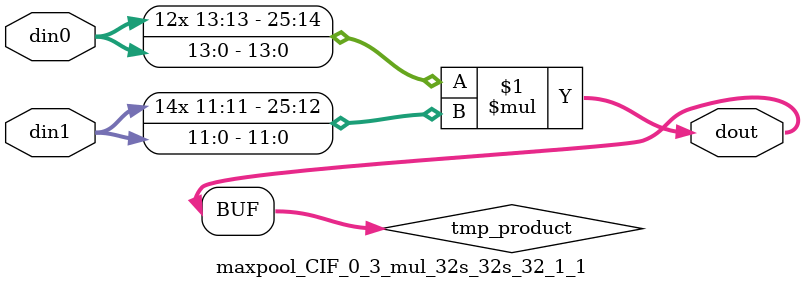
<source format=v>

`timescale 1 ns / 1 ps

  (* use_dsp = "no" *)  module maxpool_CIF_0_3_mul_32s_32s_32_1_1(din0, din1, dout);
parameter ID = 1;
parameter NUM_STAGE = 0;
parameter din0_WIDTH = 14;
parameter din1_WIDTH = 12;
parameter dout_WIDTH = 26;

input [din0_WIDTH - 1 : 0] din0; 
input [din1_WIDTH - 1 : 0] din1; 
output [dout_WIDTH - 1 : 0] dout;

wire signed [dout_WIDTH - 1 : 0] tmp_product;













assign tmp_product = $signed(din0) * $signed(din1);








assign dout = tmp_product;







endmodule

</source>
